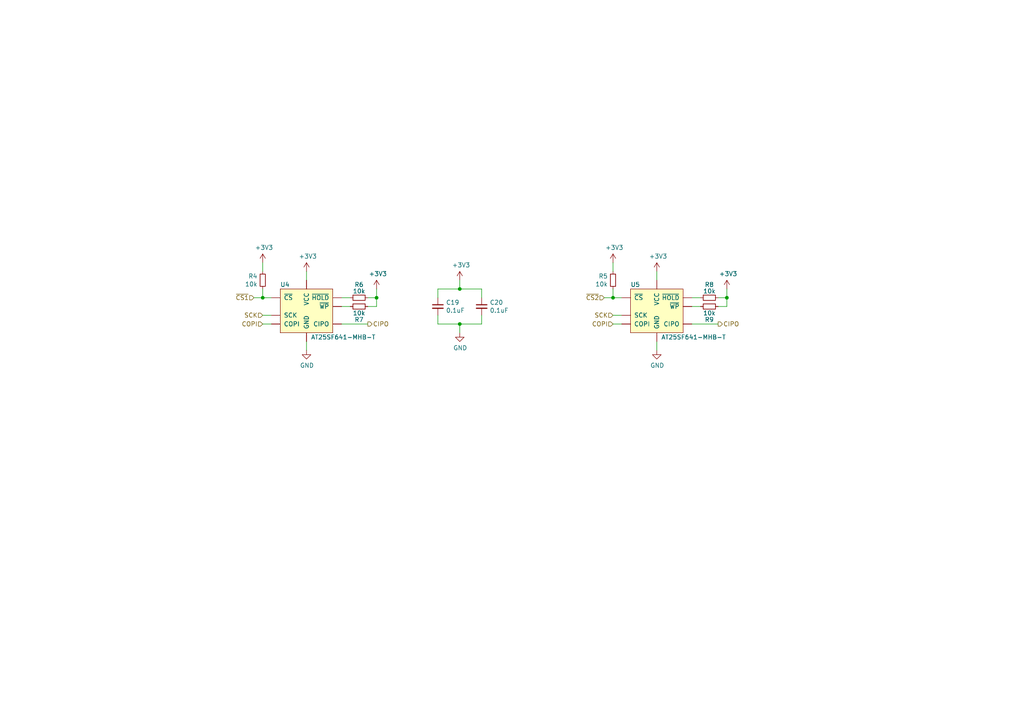
<source format=kicad_sch>
(kicad_sch (version 20211123) (generator eeschema)
  (paper "A4")
  (lib_symbols
    (symbol "DX_MON:SPI-Flash_EP" (pin_numbers hide) (pin_names (offset 1.016))
      (property "Reference" "U" (at -7.62 6.35 0))
      (property "Value" "SPI-Flash_EP" (at 1.27 -8.89 0))
      (symbol "SPI-Flash_EP_0_1"
        (rectangle (start -7.62 5.08) (end 7.62 -7.62) (fill (type background)))
      )
      (symbol "SPI-Flash_EP_1_1"
        (pin input line (at -10.16 2.54 0) (length 2.54) (name "~{CS}") (number "1"))
        (pin tri_state line (at 10.16 -5.08 180) (length 2.54) (name "CIPO") (number "2"))
        (pin input line (at 10.16 0 180) (length 2.54) (name "~{WP}") (number "3"))
        (pin passive line (at 0 -10.16 90) (length 2.54) (name "GND") (number "4"))
        (pin input line (at -10.16 -5.08 0) (length 2.54) (name "COPI") (number "5"))
        (pin input line (at -10.16 -2.54 0) (length 2.54) (name "SCK") (number "6"))
        (pin input line (at 10.16 2.54 180) (length 2.54) (name "~{HOLD}") (number "7"))
        (pin power_in line (at 0 7.62 270) (length 2.54) (name "VCC") (number "8"))
        (pin input line (at 0 -10.16 90) (length 2.54) hide (name "GND") (number "9"))
      )
    )
    (symbol "Device:C_Small" (pin_numbers hide) (pin_names (offset 0.254) hide)
      (property "Reference" "C" (at 0.254 1.778 0))
      (property "Value" "C_Small" (at 0.254 -2.032 0))
      (symbol "C_Small_0_1"
        (polyline (pts (xy -1.524 -0.508) (xy 1.524 -0.508)) (stroke (width 0.3302)))
        (polyline (pts (xy -1.524 0.508) (xy 1.524 0.508)) (stroke (width 0.3048)))
      )
      (symbol "C_Small_1_1"
        (pin passive line (at 0 2.54 270) (length 2.032) (name "~") (number "1"))
        (pin passive line (at 0 -2.54 90) (length 2.032) (name "~") (number "2"))
      )
    )
    (symbol "Device:R_Small" (pin_numbers hide) (pin_names (offset 0.254) hide)
      (property "Reference" "R" (at 0.762 0.508 0))
      (property "Value" "R_Small" (at 0.762 -1.016 0))
      (symbol "R_Small_0_1"
        (rectangle (start -0.762 1.778) (end 0.762 -1.778) (stroke (width 0.2032)))
      )
      (symbol "R_Small_1_1"
        (pin passive line (at 0 2.54 270) (length 0.762) (name "~") (number "1"))
        (pin passive line (at 0 -2.54 90) (length 0.762) (name "~") (number "2"))
      )
    )
    (symbol "power:+3.3V" (power) (pin_names (offset 0))
      (property "Value" "+3.3V" (at 0 3.556 0))
      (symbol "+3.3V_0_1"
        (polyline (pts (xy -0.762 1.27) (xy 0 2.54)))
        (polyline (pts (xy 0 0) (xy 0 2.54)))
        (polyline (pts (xy 0 2.54) (xy 0.762 1.27)))
      )
      (symbol "+3.3V_1_1"
        (pin power_in line (at 0 0 90) (length 0) hide (name "+3V3") (number "1"))
      )
    )
    (symbol "power:GND" (power) (pin_names (offset 0))
      (property "Value" "GND" (at 0 -3.81 0))
      (symbol "GND_0_1"
        (polyline (pts (xy 0 0) (xy 0 -1.27) (xy 1.27 -1.27) (xy 0 -2.54) (xy -1.27 -1.27) (xy 0 -1.27)))
      )
      (symbol "GND_1_1"
        (pin power_in line (at 0 0 270) (length 0) hide (name "GND") (number "1"))
      )
    )
  )
  (junction (at 133.35 83.82))
  (junction (at 210.82 86.36))
  (junction (at 133.35 93.98))
  (junction (at 109.22 86.36))
  (junction (at 177.8 86.36))
  (junction (at 76.2 86.36))
  (wire (pts (xy 210.82 88.9) (xy 210.82 86.36)))
  (wire (pts (xy 127 91.44) (xy 127 93.98)))
  (wire (pts (xy 76.2 76.2) (xy 76.2 78.74)))
  (wire (pts (xy 203.2 88.9) (xy 200.66 88.9)))
  (wire (pts (xy 139.7 83.82) (xy 139.7 86.36)))
  (wire (pts (xy 190.5 78.74) (xy 190.5 81.28)))
  (wire (pts (xy 190.5 99.06) (xy 190.5 101.6)))
  (wire (pts (xy 99.06 93.98) (xy 106.68 93.98)))
  (wire (pts (xy 101.6 88.9) (xy 99.06 88.9)))
  (wire (pts (xy 208.28 86.36) (xy 210.82 86.36)))
  (wire (pts (xy 175.26 86.36) (xy 177.8 86.36)))
  (wire (pts (xy 109.22 86.36) (xy 109.22 83.82)))
  (wire (pts (xy 78.74 91.44) (xy 76.2 91.44)))
  (wire (pts (xy 139.7 91.44) (xy 139.7 93.98)))
  (wire (pts (xy 133.35 83.82) (xy 127 83.82)))
  (wire (pts (xy 106.68 88.9) (xy 109.22 88.9)))
  (wire (pts (xy 76.2 93.98) (xy 78.74 93.98)))
  (wire (pts (xy 127 83.82) (xy 127 86.36)))
  (wire (pts (xy 88.9 78.74) (xy 88.9 81.28)))
  (wire (pts (xy 99.06 86.36) (xy 101.6 86.36)))
  (wire (pts (xy 76.2 86.36) (xy 78.74 86.36)))
  (wire (pts (xy 106.68 86.36) (xy 109.22 86.36)))
  (wire (pts (xy 133.35 93.98) (xy 139.7 93.98)))
  (wire (pts (xy 133.35 81.28) (xy 133.35 83.82)))
  (wire (pts (xy 177.8 93.98) (xy 180.34 93.98)))
  (wire (pts (xy 177.8 76.2) (xy 177.8 78.74)))
  (wire (pts (xy 177.8 86.36) (xy 180.34 86.36)))
  (wire (pts (xy 180.34 91.44) (xy 177.8 91.44)))
  (wire (pts (xy 200.66 93.98) (xy 208.28 93.98)))
  (wire (pts (xy 177.8 83.82) (xy 177.8 86.36)))
  (wire (pts (xy 133.35 93.98) (xy 133.35 96.52)))
  (wire (pts (xy 200.66 86.36) (xy 203.2 86.36)))
  (wire (pts (xy 208.28 88.9) (xy 210.82 88.9)))
  (wire (pts (xy 73.66 86.36) (xy 76.2 86.36)))
  (wire (pts (xy 210.82 86.36) (xy 210.82 83.82)))
  (wire (pts (xy 127 93.98) (xy 133.35 93.98)))
  (wire (pts (xy 133.35 83.82) (xy 139.7 83.82)))
  (wire (pts (xy 88.9 99.06) (xy 88.9 101.6)))
  (wire (pts (xy 76.2 83.82) (xy 76.2 86.36)))
  (wire (pts (xy 109.22 88.9) (xy 109.22 86.36)))
  (hierarchical_label "CIPO" (shape output) (at 106.68 93.98 0))
  (hierarchical_label "~{CS2}" (shape input) (at 175.26 86.36 180))
  (hierarchical_label "SCK" (shape input) (at 76.2 91.44 180))
  (hierarchical_label "~{CS1}" (shape input) (at 73.66 86.36 180))
  (hierarchical_label "CIPO" (shape output) (at 208.28 93.98 0))
  (hierarchical_label "SCK" (shape input) (at 177.8 91.44 180))
  (hierarchical_label "COPI" (shape input) (at 76.2 93.98 180))
  (hierarchical_label "COPI" (shape input) (at 177.8 93.98 180))
  (symbol (lib_id "DX_MON:SPI-Flash_EP") (at 88.9 88.9 0) (unit 1)
    (property "Reference" "U4" (at 81.28 82.55 0) (effects (justify left)))
    (property "Value" "AT25SF641-MHB-T" (at 90.17 97.79 0) (effects (justify left)))
    (property "Footprint" "rhais_package-qfn:UDFN-8-1EP_6x5mm_P1.27mm_EP3.4x4mm" (effects hide))
    (property "Datasheet" "https://www.dialog-semiconductor.com/sites/default/files/at25sf641_111.pdf" (effects hide))
    (property "MFR" "Adesto Technologies" (effects hide))
    (property "MPN" "AT25SF641-MHB-T" (effects hide))
    (property "OC_FARNELL" "2988544" (effects hide))
    (property "URL_FARNELL" "https://uk.farnell.com/adesto-technologies/at25sf641-mhb-t/flash-memory-64mbit-40-to-85deg/dp/2988544" (effects hide))
  )
  (symbol (lib_id "DX_MON:SPI-Flash_EP") (at 190.5 88.9 0) (unit 1)
    (property "Reference" "U5" (at 182.88 82.55 0) (effects (justify left)))
    (property "Value" "AT25SF641-MHB-T" (at 191.77 97.79 0) (effects (justify left)))
    (property "Footprint" "rhais_package-qfn:UDFN-8-1EP_6x5mm_P1.27mm_EP3.4x4mm" (effects hide))
    (property "Datasheet" "https://www.dialog-semiconductor.com/sites/default/files/at25sf641_111.pdf" (effects hide))
    (property "MFR" "Adesto Technologies" (effects hide))
    (property "MPN" "AT25SF641-MHB-T" (effects hide))
    (property "OC_FARNELL" "2988544" (effects hide))
    (property "URL_FARNELL" "https://uk.farnell.com/adesto-technologies/at25sf641-mhb-t/flash-memory-64mbit-40-to-85deg/dp/2988544" (effects hide))
  )
  (symbol (lib_id "Device:C_Small") (at 127 88.9 0) (unit 1)
    (property "Reference" "C19" (at 129.3368 87.7316 0) (effects (justify left)))
    (property "Value" "0.1uF" (at 129.3368 90.043 0) (effects (justify left)))
    (property "Footprint" "rhais_rcl:C0603" (effects hide))
    (property "Datasheet" "http://www.farnell.com/datasheets/1870456.pdf" (effects hide))
    (property "MFR" "Multicomp" (effects hide))
    (property "MPN" "MC0603B104J250CT" (effects hide))
    (property "OC_FARNELL" "2310559" (effects hide))
    (property "URL_FARNELL" "https://uk.farnell.com/multicomp/mc0603b104j250ct/cap-0-1-f-25v-5-x7r-0603-reel/dp/2310559" (effects hide))
  )
  (symbol (lib_id "Device:C_Small") (at 139.7 88.9 0) (unit 1)
    (property "Reference" "C20" (at 142.0368 87.7316 0) (effects (justify left)))
    (property "Value" "0.1uF" (at 142.0368 90.043 0) (effects (justify left)))
    (property "Footprint" "rhais_rcl:C0603" (effects hide))
    (property "Datasheet" "http://www.farnell.com/datasheets/1870456.pdf" (effects hide))
    (property "MFR" "Multicomp" (effects hide))
    (property "MPN" "MC0603B104J250CT" (effects hide))
    (property "OC_FARNELL" "2310559" (effects hide))
    (property "URL_FARNELL" "https://uk.farnell.com/multicomp/mc0603b104j250ct/cap-0-1-f-25v-5-x7r-0603-reel/dp/2310559" (effects hide))
  )
  (symbol (lib_id "power:GND") (at 133.35 96.52 0) (unit 1)
    (property "Reference" "#PWR029" (effects hide))
    (property "Value" "GND" (at 133.477 100.9142 0))
  )
  (symbol (lib_id "power:GND") (at 88.9 101.6 0) (unit 1)
    (property "Reference" "#PWR027" (effects hide))
    (property "Value" "GND" (at 89.027 105.9942 0))
  )
  (symbol (lib_id "power:GND") (at 190.5 101.6 0) (unit 1)
    (property "Reference" "#PWR032" (effects hide))
    (property "Value" "GND" (at 190.627 105.9942 0))
  )
  (symbol (lib_id "power:+3.3V") (at 133.35 81.28 0) (unit 1)
    (property "Reference" "#PWR028" (effects hide))
    (property "Value" "+3.3V" (at 133.731 76.8858 0))
  )
  (symbol (lib_id "power:+3.3V") (at 190.5 78.74 0) (unit 1)
    (property "Reference" "#PWR031" (effects hide))
    (property "Value" "+3.3V" (at 190.881 74.3458 0))
  )
  (symbol (lib_id "power:+3.3V") (at 88.9 78.74 0) (unit 1)
    (property "Reference" "#PWR026" (effects hide))
    (property "Value" "+3.3V" (at 89.281 74.3458 0))
  )
  (symbol (lib_id "Device:R_Small") (at 177.8 81.28 0) (mirror x) (unit 1)
    (property "Reference" "R5" (at 176.3014 80.1116 0) (effects (justify right)))
    (property "Value" "10k" (at 176.3014 82.423 0) (effects (justify right)))
    (property "Footprint" "rhais_rcl:R0603" (effects hide))
    (property "Datasheet" "http://www.farnell.com/datasheets/1788326.pdf" (effects hide))
    (property "MFR" "Multicomp" (effects hide))
    (property "MPN" "MC0063W0603110K" (effects hide))
    (property "OC_FARNELL" "2130939" (effects hide))
    (property "URL_FARNELL" "https://uk.farnell.com/multicomp/mc0063w0603110k/res-10k-1-0-063w-0603-thick-film/dp/2130939" (effects hide))
  )
  (symbol (lib_id "Device:R_Small") (at 76.2 81.28 0) (mirror x) (unit 1)
    (property "Reference" "R4" (at 74.7014 80.1116 0) (effects (justify right)))
    (property "Value" "10k" (at 74.7014 82.423 0) (effects (justify right)))
    (property "Footprint" "rhais_rcl:R0603" (effects hide))
    (property "Datasheet" "http://www.farnell.com/datasheets/1788326.pdf" (effects hide))
    (property "MFR" "Multicomp" (effects hide))
    (property "MPN" "MC0063W0603110K" (effects hide))
    (property "OC_FARNELL" "2130939" (effects hide))
    (property "URL_FARNELL" "https://uk.farnell.com/multicomp/mc0063w0603110k/res-10k-1-0-063w-0603-thick-film/dp/2130939" (effects hide))
  )
  (symbol (lib_id "power:+3.3V") (at 177.8 76.2 0) (unit 1)
    (property "Reference" "#PWR030" (effects hide))
    (property "Value" "+3.3V" (at 178.181 71.8058 0))
  )
  (symbol (lib_id "power:+3.3V") (at 76.2 76.2 0) (unit 1)
    (property "Reference" "#PWR025" (effects hide))
    (property "Value" "+3.3V" (at 76.581 71.8058 0))
  )
  (symbol (lib_id "Device:R_Small") (at 205.74 86.36 270) (unit 1)
    (property "Reference" "R8" (at 205.74 82.55 90))
    (property "Value" "10k" (at 205.74 84.455 90))
    (property "Footprint" "rhais_rcl:R0603" (effects hide))
    (property "Datasheet" "http://www.farnell.com/datasheets/1788326.pdf" (effects hide))
    (property "MFR" "Multicomp" (effects hide))
    (property "MPN" "MC0063W0603110K" (effects hide))
    (property "OC_FARNELL" "2130939" (effects hide))
    (property "URL_FARNELL" "https://uk.farnell.com/multicomp/mc0063w0603110k/res-10k-1-0-063w-0603-thick-film/dp/2130939" (effects hide))
  )
  (symbol (lib_id "Device:R_Small") (at 205.74 88.9 90) (mirror x) (unit 1)
    (property "Reference" "R9" (at 205.74 92.71 90))
    (property "Value" "10k" (at 205.74 90.805 90))
    (property "Footprint" "rhais_rcl:R0603" (effects hide))
    (property "Datasheet" "http://www.farnell.com/datasheets/1788326.pdf" (effects hide))
    (property "MFR" "Multicomp" (effects hide))
    (property "MPN" "MC0063W0603110K" (effects hide))
    (property "OC_FARNELL" "2130939" (effects hide))
    (property "URL_FARNELL" "https://uk.farnell.com/multicomp/mc0063w0603110k/res-10k-1-0-063w-0603-thick-film/dp/2130939" (effects hide))
  )
  (symbol (lib_id "Device:R_Small") (at 104.14 86.36 270) (unit 1)
    (property "Reference" "R6" (at 104.14 82.55 90))
    (property "Value" "10k" (at 104.14 84.455 90))
    (property "Footprint" "rhais_rcl:R0603" (effects hide))
    (property "Datasheet" "http://www.farnell.com/datasheets/1788326.pdf" (effects hide))
    (property "MFR" "Multicomp" (effects hide))
    (property "MPN" "MC0063W0603110K" (effects hide))
    (property "OC_FARNELL" "2130939" (effects hide))
    (property "URL_FARNELL" "https://uk.farnell.com/multicomp/mc0063w0603110k/res-10k-1-0-063w-0603-thick-film/dp/2130939" (effects hide))
  )
  (symbol (lib_id "Device:R_Small") (at 104.14 88.9 90) (mirror x) (unit 1)
    (property "Reference" "R7" (at 104.14 92.71 90))
    (property "Value" "10k" (at 104.14 90.805 90))
    (property "Footprint" "rhais_rcl:R0603" (effects hide))
    (property "Datasheet" "http://www.farnell.com/datasheets/1788326.pdf" (effects hide))
    (property "MFR" "Multicomp" (effects hide))
    (property "MPN" "MC0063W0603110K" (effects hide))
    (property "OC_FARNELL" "2130939" (effects hide))
    (property "URL_FARNELL" "https://uk.farnell.com/multicomp/mc0063w0603110k/res-10k-1-0-063w-0603-thick-film/dp/2130939" (effects hide))
  )
  (symbol (lib_id "power:+3.3V") (at 210.82 83.82 0) (unit 1)
    (property "Reference" "#PWR034" (effects hide))
    (property "Value" "+3.3V" (at 211.201 79.4258 0))
  )
  (symbol (lib_id "power:+3.3V") (at 109.22 83.82 0) (unit 1)
    (property "Reference" "#PWR033" (effects hide))
    (property "Value" "+3.3V" (at 109.601 79.4258 0))
  )
)
</source>
